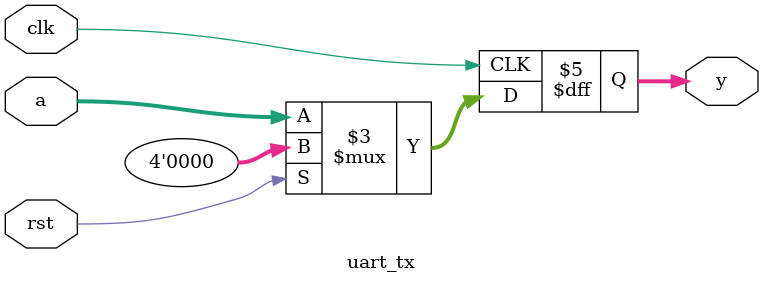
<source format=v>
/* 
 * Corevexis Semiconductor 
 * Example 60: UART TX 
 */

module uart_tx (
    input clk,
    input rst,
    input [3:0] a,
    output reg [3:0] y
);

always @(posedge clk) begin
    if(rst) y <= 4'b0;
    else y <= a; 
end

endmodule
</source>
